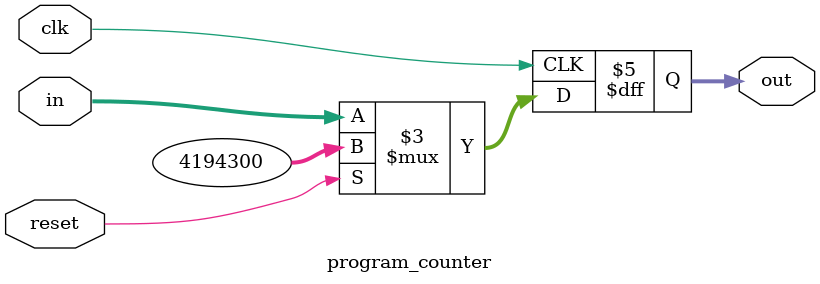
<source format=v>
`define RESET_VAL 32'h003ffffc
module program_counter
	(
	input 				 		 clk,
	input 				 		 reset,
	input [31:0] 		 in,
	output reg [31:0] out
	);
		
	always @(posedge clk)
		begin
			if(reset)
				begin
					out <= `RESET_VAL;
				end
			else
				begin
					out <= in;
				end
		end
endmodule
</source>
